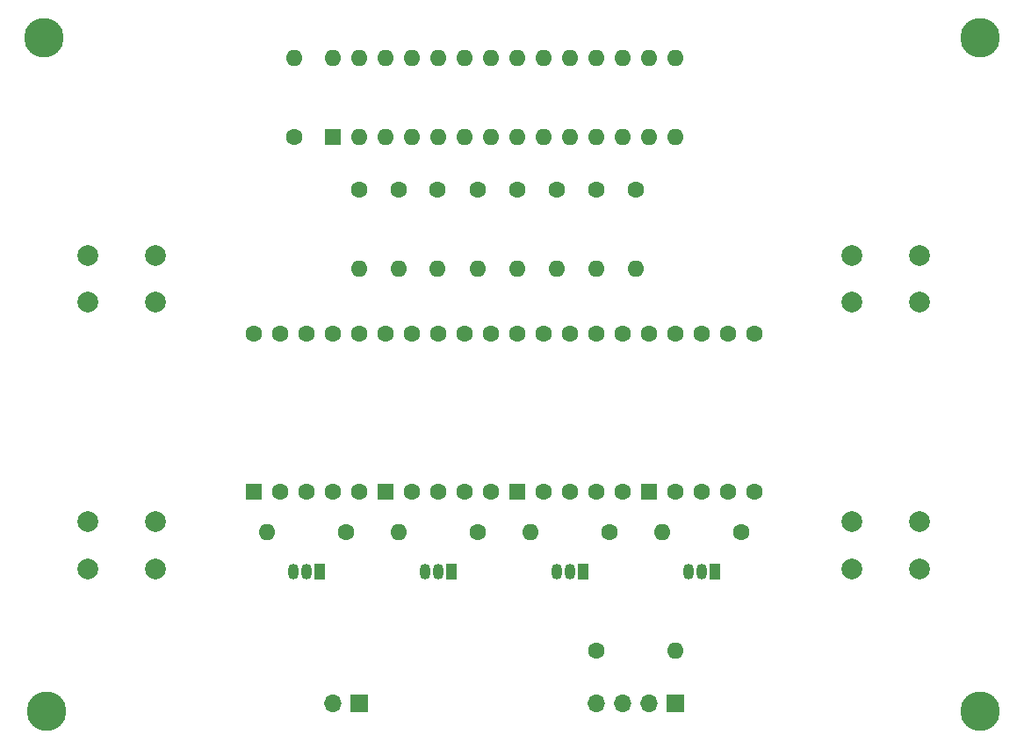
<source format=gbr>
%TF.GenerationSoftware,KiCad,Pcbnew,6.0.7*%
%TF.CreationDate,2022-08-16T20:24:01-07:00*%
%TF.ProjectId,thermometer-digital-min_max-pcb,74686572-6d6f-46d6-9574-65722d646967,rev?*%
%TF.SameCoordinates,Original*%
%TF.FileFunction,Soldermask,Bot*%
%TF.FilePolarity,Negative*%
%FSLAX46Y46*%
G04 Gerber Fmt 4.6, Leading zero omitted, Abs format (unit mm)*
G04 Created by KiCad (PCBNEW 6.0.7) date 2022-08-16 20:24:01*
%MOMM*%
%LPD*%
G01*
G04 APERTURE LIST*
%ADD10C,1.600000*%
%ADD11O,1.600000X1.600000*%
%ADD12R,1.700000X1.700000*%
%ADD13O,1.700000X1.700000*%
%ADD14R,1.600000X1.600000*%
%ADD15C,2.600000*%
%ADD16C,3.800000*%
%ADD17R,1.050000X1.500000*%
%ADD18O,1.050000X1.500000*%
%ADD19C,2.000000*%
G04 APERTURE END LIST*
D10*
%TO.C,R4*%
X152400000Y-59690000D03*
D11*
X152400000Y-67310000D03*
%TD*%
D10*
%TO.C,R0*%
X137160000Y-59690000D03*
D11*
X137160000Y-67310000D03*
%TD*%
D12*
%TO.C,J1*%
X137160000Y-109220000D03*
D13*
X134620000Y-109220000D03*
%TD*%
D14*
%TO.C,D2*%
X139700000Y-88777500D03*
D10*
X142240000Y-88777500D03*
X144780000Y-88777500D03*
X147320000Y-88777500D03*
X149860000Y-88777500D03*
X149860000Y-73537500D03*
X147320000Y-73537500D03*
X144780000Y-73537500D03*
X142240000Y-73537500D03*
X139700000Y-73537500D03*
%TD*%
%TO.C,R9*%
X148590000Y-92710000D03*
D11*
X140970000Y-92710000D03*
%TD*%
D14*
%TO.C,D0*%
X165100000Y-88777500D03*
D10*
X167640000Y-88777500D03*
X170180000Y-88777500D03*
X172720000Y-88777500D03*
X175260000Y-88777500D03*
X175260000Y-73537500D03*
X172720000Y-73537500D03*
X170180000Y-73537500D03*
X167640000Y-73537500D03*
X165100000Y-73537500D03*
%TD*%
%TO.C,R1*%
X140970000Y-59690000D03*
D11*
X140970000Y-67310000D03*
%TD*%
D14*
%TO.C,U0*%
X134620000Y-54610000D03*
D11*
X137160000Y-54610000D03*
X139700000Y-54610000D03*
X142240000Y-54610000D03*
X144780000Y-54610000D03*
X147320000Y-54610000D03*
X149860000Y-54610000D03*
X152400000Y-54610000D03*
X154940000Y-54610000D03*
X157480000Y-54610000D03*
X160020000Y-54610000D03*
X162560000Y-54610000D03*
X165100000Y-54610000D03*
X167640000Y-54610000D03*
X167640000Y-46990000D03*
X165100000Y-46990000D03*
X162560000Y-46990000D03*
X160020000Y-46990000D03*
X157480000Y-46990000D03*
X154940000Y-46990000D03*
X152400000Y-46990000D03*
X149860000Y-46990000D03*
X147320000Y-46990000D03*
X144780000Y-46990000D03*
X142240000Y-46990000D03*
X139700000Y-46990000D03*
X137160000Y-46990000D03*
X134620000Y-46990000D03*
%TD*%
D10*
%TO.C,R8*%
X135890000Y-92710000D03*
D11*
X128270000Y-92710000D03*
%TD*%
D15*
%TO.C,REF\u002A\u002A*%
X197000000Y-45000000D03*
D16*
X197000000Y-45000000D03*
%TD*%
D17*
%TO.C,Q2*%
X146050000Y-96520000D03*
D18*
X144780000Y-96520000D03*
X143510000Y-96520000D03*
%TD*%
D10*
%TO.C,R10*%
X161290000Y-92710000D03*
D11*
X153670000Y-92710000D03*
%TD*%
D16*
%TO.C,REF\u002A\u002A*%
X106800000Y-45000000D03*
D15*
X106800000Y-45000000D03*
%TD*%
D10*
%TO.C,R5*%
X156210000Y-59690000D03*
D11*
X156210000Y-67310000D03*
%TD*%
D10*
%TO.C,R3*%
X148590000Y-59690000D03*
D11*
X148590000Y-67310000D03*
%TD*%
D19*
%TO.C,B0*%
X191210000Y-66040000D03*
X184710000Y-66040000D03*
X191210000Y-70540000D03*
X184710000Y-70540000D03*
%TD*%
%TO.C,B3*%
X184710000Y-91730000D03*
X191210000Y-91730000D03*
X191210000Y-96230000D03*
X184710000Y-96230000D03*
%TD*%
D10*
%TO.C,R11*%
X173990000Y-92710000D03*
D11*
X166370000Y-92710000D03*
%TD*%
D10*
%TO.C,R13*%
X130927000Y-54620000D03*
D11*
X130927000Y-47000000D03*
%TD*%
D10*
%TO.C,R6*%
X160020000Y-59690000D03*
D11*
X160020000Y-67310000D03*
%TD*%
D19*
%TO.C,B2*%
X117550000Y-91730000D03*
X111050000Y-91730000D03*
X117550000Y-96230000D03*
X111050000Y-96230000D03*
%TD*%
D15*
%TO.C,REF\u002A\u002A*%
X107000000Y-110000000D03*
D16*
X107000000Y-110000000D03*
%TD*%
D17*
%TO.C,Q3*%
X133350000Y-96520000D03*
D18*
X132080000Y-96520000D03*
X130810000Y-96520000D03*
%TD*%
D14*
%TO.C,D3*%
X127000000Y-88777500D03*
D10*
X129540000Y-88777500D03*
X132080000Y-88777500D03*
X134620000Y-88777500D03*
X137160000Y-88777500D03*
X137160000Y-73537500D03*
X134620000Y-73537500D03*
X132080000Y-73537500D03*
X129540000Y-73537500D03*
X127000000Y-73537500D03*
%TD*%
D19*
%TO.C,B1*%
X111050000Y-66040000D03*
X117550000Y-66040000D03*
X117550000Y-70540000D03*
X111050000Y-70540000D03*
%TD*%
D16*
%TO.C,REF\u002A\u002A*%
X197000000Y-110000000D03*
D15*
X197000000Y-110000000D03*
%TD*%
D10*
%TO.C,R7*%
X163830000Y-59690000D03*
D11*
X163830000Y-67310000D03*
%TD*%
D17*
%TO.C,Q1*%
X158750000Y-96520000D03*
D18*
X157480000Y-96520000D03*
X156210000Y-96520000D03*
%TD*%
D10*
%TO.C,R12*%
X160020000Y-104140000D03*
D11*
X167640000Y-104140000D03*
%TD*%
D12*
%TO.C,J0*%
X167640000Y-109220000D03*
D13*
X165100000Y-109220000D03*
X162560000Y-109220000D03*
X160020000Y-109220000D03*
%TD*%
D14*
%TO.C,D1*%
X152400000Y-88777500D03*
D10*
X154940000Y-88777500D03*
X157480000Y-88777500D03*
X160020000Y-88777500D03*
X162560000Y-88777500D03*
X162560000Y-73537500D03*
X160020000Y-73537500D03*
X157480000Y-73537500D03*
X154940000Y-73537500D03*
X152400000Y-73537500D03*
%TD*%
D17*
%TO.C,Q0*%
X171450000Y-96520000D03*
D18*
X170180000Y-96520000D03*
X168910000Y-96520000D03*
%TD*%
D10*
%TO.C,R2*%
X144680000Y-59690000D03*
D11*
X144680000Y-67310000D03*
%TD*%
M02*

</source>
